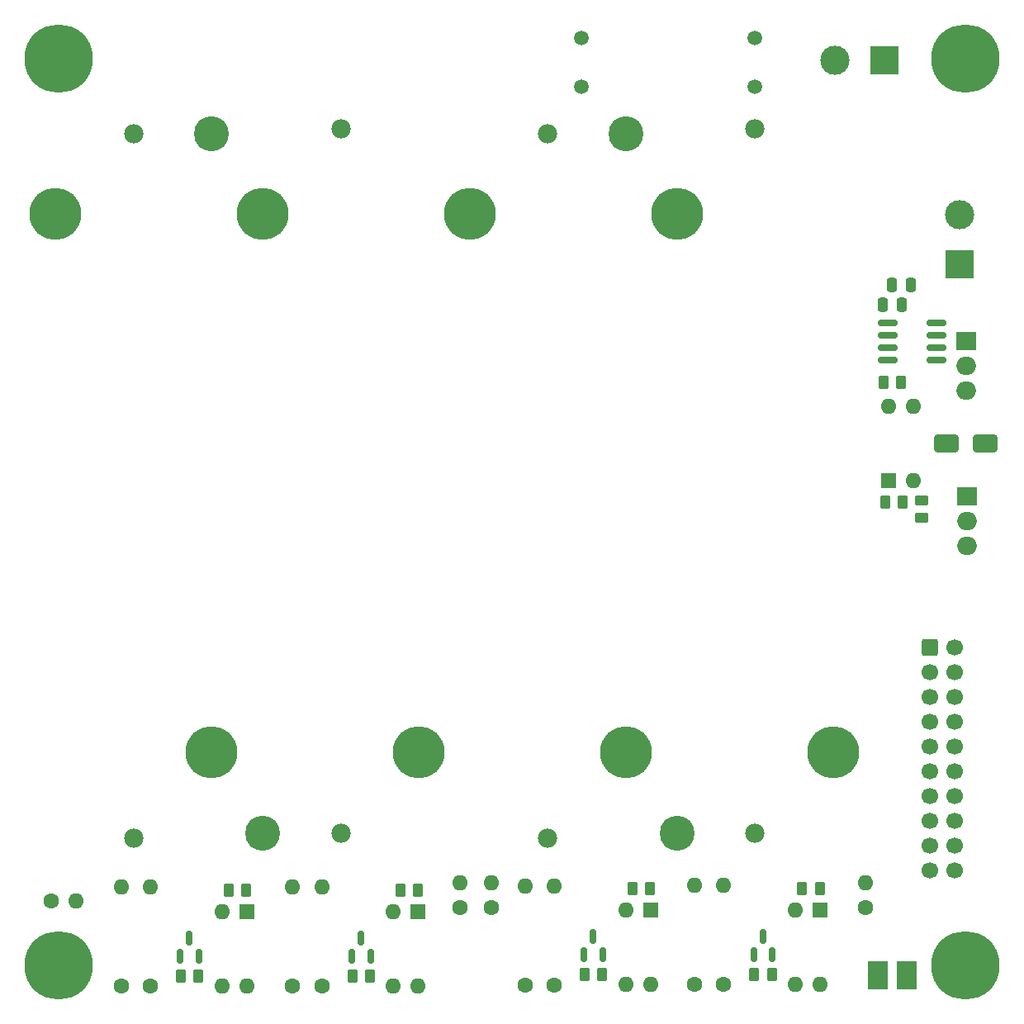
<source format=gts>
G04 #@! TF.GenerationSoftware,KiCad,Pcbnew,(7.0.0)*
G04 #@! TF.CreationDate,2023-05-12T10:50:58+02:00*
G04 #@! TF.ProjectId,Cell_holder_board,43656c6c-5f68-46f6-9c64-65725f626f61,rev?*
G04 #@! TF.SameCoordinates,Original*
G04 #@! TF.FileFunction,Soldermask,Top*
G04 #@! TF.FilePolarity,Negative*
%FSLAX46Y46*%
G04 Gerber Fmt 4.6, Leading zero omitted, Abs format (unit mm)*
G04 Created by KiCad (PCBNEW (7.0.0)) date 2023-05-12 10:50:58*
%MOMM*%
%LPD*%
G01*
G04 APERTURE LIST*
G04 Aperture macros list*
%AMRoundRect*
0 Rectangle with rounded corners*
0 $1 Rounding radius*
0 $2 $3 $4 $5 $6 $7 $8 $9 X,Y pos of 4 corners*
0 Add a 4 corners polygon primitive as box body*
4,1,4,$2,$3,$4,$5,$6,$7,$8,$9,$2,$3,0*
0 Add four circle primitives for the rounded corners*
1,1,$1+$1,$2,$3*
1,1,$1+$1,$4,$5*
1,1,$1+$1,$6,$7*
1,1,$1+$1,$8,$9*
0 Add four rect primitives between the rounded corners*
20,1,$1+$1,$2,$3,$4,$5,0*
20,1,$1+$1,$4,$5,$6,$7,0*
20,1,$1+$1,$6,$7,$8,$9,0*
20,1,$1+$1,$8,$9,$2,$3,0*%
G04 Aperture macros list end*
%ADD10R,1.600000X1.600000*%
%ADD11O,1.600000X1.600000*%
%ADD12RoundRect,0.250000X-0.262500X-0.450000X0.262500X-0.450000X0.262500X0.450000X-0.262500X0.450000X0*%
%ADD13RoundRect,0.150000X0.150000X-0.587500X0.150000X0.587500X-0.150000X0.587500X-0.150000X-0.587500X0*%
%ADD14C,1.600000*%
%ADD15C,7.000000*%
%ADD16RoundRect,0.250000X-1.000000X-0.650000X1.000000X-0.650000X1.000000X0.650000X-1.000000X0.650000X0*%
%ADD17R,2.000000X1.905000*%
%ADD18O,2.000000X1.905000*%
%ADD19R,3.000000X3.000000*%
%ADD20C,3.000000*%
%ADD21C,1.500000*%
%ADD22RoundRect,0.250000X0.250000X0.475000X-0.250000X0.475000X-0.250000X-0.475000X0.250000X-0.475000X0*%
%ADD23C,1.980000*%
%ADD24C,5.325000*%
%ADD25C,3.585000*%
%ADD26R,2.000000X3.000000*%
%ADD27RoundRect,0.250000X-0.600000X-0.600000X0.600000X-0.600000X0.600000X0.600000X-0.600000X0.600000X0*%
%ADD28C,1.700000*%
%ADD29RoundRect,0.150000X0.825000X0.150000X-0.825000X0.150000X-0.825000X-0.150000X0.825000X-0.150000X0*%
%ADD30RoundRect,0.250000X-0.450000X0.262500X-0.450000X-0.262500X0.450000X-0.262500X0.450000X0.262500X0*%
G04 APERTURE END LIST*
D10*
X115674999Y-150329999D03*
D11*
X113134999Y-150329999D03*
X113134999Y-157949999D03*
X115674999Y-157949999D03*
D12*
X131212500Y-148100000D03*
X133037500Y-148100000D03*
D13*
X85075000Y-155075000D03*
X86975000Y-155075000D03*
X86025000Y-153200000D03*
D14*
X96200000Y-150090000D03*
D11*
X96199999Y-147549999D03*
D15*
X148000000Y-156000000D03*
D14*
X137700000Y-150040000D03*
D11*
X137699999Y-147499999D03*
D16*
X146000000Y-102450000D03*
X150000000Y-102450000D03*
D12*
X113822500Y-148130000D03*
X115647500Y-148130000D03*
D17*
X148134999Y-107869999D03*
D18*
X148134999Y-110409999D03*
X148134999Y-112949999D03*
D14*
X120200000Y-157960000D03*
D11*
X120199999Y-147799999D03*
D12*
X139587500Y-96250000D03*
X141412500Y-96250000D03*
D19*
X147399999Y-84089999D03*
D20*
X147400000Y-79010000D03*
D12*
X126302500Y-156920000D03*
X128127500Y-156920000D03*
D21*
X126375000Y-65900000D03*
X126375000Y-60900000D03*
X108575000Y-65900000D03*
X108575000Y-60900000D03*
D22*
X142350000Y-86250000D03*
X140450000Y-86250000D03*
D15*
X148000000Y-63000000D03*
D23*
X105166666Y-142910000D03*
X105166666Y-70690000D03*
D24*
X97166666Y-78970000D03*
D25*
X113166666Y-70690000D03*
D24*
X113166666Y-134170000D03*
D14*
X54260000Y-149350000D03*
D11*
X56799999Y-149349999D03*
D26*
X141999999Y-156999999D03*
D14*
X99400000Y-150090000D03*
D11*
X99399999Y-147549999D03*
D14*
X102810000Y-157990000D03*
D11*
X102809999Y-147829999D03*
D10*
X140124999Y-106249999D03*
D11*
X142664999Y-106249999D03*
X142664999Y-98629999D03*
X140124999Y-98629999D03*
D14*
X64410000Y-158140000D03*
D11*
X64409999Y-147979999D03*
D14*
X79010000Y-158140000D03*
D11*
X79009999Y-147979999D03*
D19*
X139639999Y-63199999D03*
D20*
X134560000Y-63200000D03*
D14*
X123200000Y-157960000D03*
D11*
X123199999Y-147799999D03*
D14*
X82010000Y-158140000D03*
D11*
X82009999Y-147979999D03*
D12*
X139737500Y-108500000D03*
X141562500Y-108500000D03*
D13*
X108875000Y-154925000D03*
X110775000Y-154925000D03*
X109825000Y-153050000D03*
D15*
X55000000Y-63000000D03*
D17*
X148054999Y-92009999D03*
D18*
X148054999Y-94549999D03*
X148054999Y-97089999D03*
D12*
X72422500Y-148280000D03*
X74247500Y-148280000D03*
D26*
X138999999Y-156999999D03*
D23*
X83933333Y-70230000D03*
X83933333Y-142450000D03*
D24*
X91933333Y-134170000D03*
D25*
X75933333Y-142450000D03*
D24*
X75933333Y-78970000D03*
D13*
X67475000Y-155075000D03*
X69375000Y-155075000D03*
X68425000Y-153200000D03*
D27*
X144360000Y-123380000D03*
D28*
X146900000Y-123380000D03*
X144360000Y-125920000D03*
X146900000Y-125920000D03*
X144360000Y-128460000D03*
X146900000Y-128460000D03*
X144360000Y-131000000D03*
X146900000Y-131000000D03*
X144360000Y-133540000D03*
X146900000Y-133540000D03*
X144360000Y-136080000D03*
X146900000Y-136080000D03*
X144360000Y-138620000D03*
X146900000Y-138620000D03*
X144360000Y-141160000D03*
X146900000Y-141160000D03*
X144360000Y-143700000D03*
X146900000Y-143700000D03*
X144360000Y-146240000D03*
X146900000Y-146240000D03*
D23*
X126399999Y-70220000D03*
X126399999Y-142440000D03*
D24*
X134399999Y-134160000D03*
D25*
X118399999Y-142440000D03*
D24*
X118399999Y-78960000D03*
D23*
X62700000Y-142910000D03*
X62700000Y-70690000D03*
D24*
X54700000Y-78970000D03*
D25*
X70700000Y-70690000D03*
D24*
X70700000Y-134170000D03*
D29*
X144975000Y-93955000D03*
X144975000Y-92685000D03*
X144975000Y-91415000D03*
X144975000Y-90145000D03*
X140025000Y-90145000D03*
X140025000Y-91415000D03*
X140025000Y-92685000D03*
X140025000Y-93955000D03*
D14*
X105810000Y-157990000D03*
D11*
X105809999Y-147829999D03*
D30*
X143450000Y-108287500D03*
X143450000Y-110112500D03*
D15*
X55000000Y-156000000D03*
D12*
X67512500Y-157100000D03*
X69337500Y-157100000D03*
D14*
X61410000Y-158140000D03*
D11*
X61409999Y-147979999D03*
D10*
X133064999Y-150299999D03*
D11*
X130524999Y-150299999D03*
X130524999Y-157919999D03*
X133064999Y-157919999D03*
D12*
X90022500Y-148280000D03*
X91847500Y-148280000D03*
X108912500Y-156950000D03*
X110737500Y-156950000D03*
X85112500Y-157100000D03*
X86937500Y-157100000D03*
D10*
X91874999Y-150479999D03*
D11*
X89334999Y-150479999D03*
X89334999Y-158099999D03*
X91874999Y-158099999D03*
D22*
X141450000Y-88250000D03*
X139550000Y-88250000D03*
D13*
X126265000Y-154895000D03*
X128165000Y-154895000D03*
X127215000Y-153020000D03*
D10*
X74274999Y-150479999D03*
D11*
X71734999Y-150479999D03*
X71734999Y-158099999D03*
X74274999Y-158099999D03*
M02*

</source>
